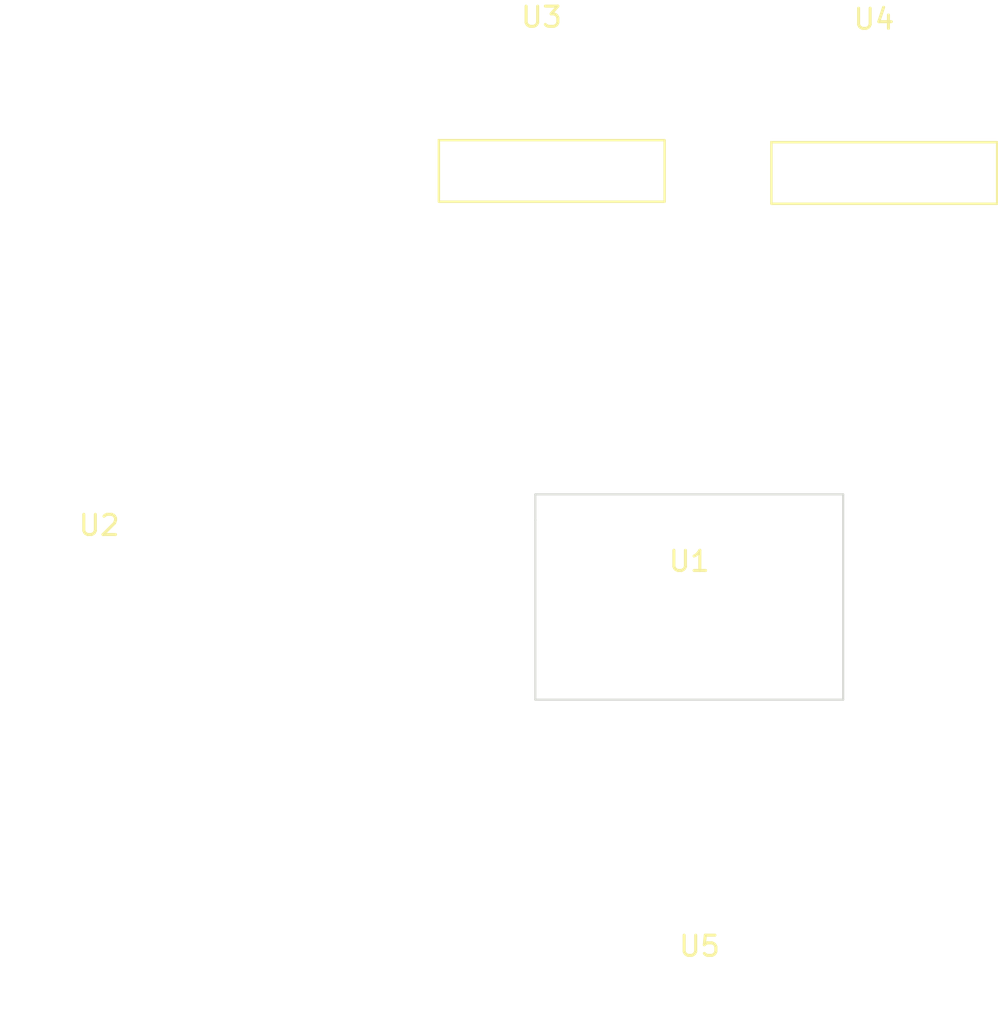
<source format=kicad_pcb>
(kicad_pcb (version 20211014) (generator pcbnew)
  (layers (0 "F.Cu" signal) (31 "B.Cu" signal) (34 "B.Paste" user) (35 "F.Paste" user) (36 "B.SilkS" user "B.Silkscreen") (37 "F.SilkS" user "F.Silkscreen") (38 "B.Mask" user) (39 "F.Mask" user) (44 "Edge.Cuts" user))
  (net 0 "")
  (footprint "EEPROM_V2_3dmodels:7SDDecoder" (layer "F.Cu") (at 159.0548 63.2394)
    (fp_text reference "U3" (at 0 -0.5 unlocked) (layer "F.SilkS"))
    (fp_text value "7SDDecoder")
    (fp_rect (start -5.08 5.588) (end 6.096 8.636) (layer "F.SilkS") (width 0.12) (fill none))
  )
  (footprint "EEPROM_V2_3dmodels:DebugBoard" (layer "F.Cu") (at 166.878 109.22)
    (fp_text reference "U5" (at 0 -0.5 unlocked) (layer "F.SilkS"))
    (fp_text value "DebugBoard")
  )
  (footprint "EEPROM_V2_3dmodels:ShiftRegister" (layer "F.Cu") (at 137.16 88.392)
    (fp_text reference "U2" (at 0 -0.5 unlocked) (layer "F.SilkS"))
    (fp_text value "ShiftRegister")
  )
  (footprint "EEPROM_V2_3dmodels:7SDDecoder" (layer "F.Cu") (at 175.514 63.341)
    (fp_text reference "U4" (at 0 -0.5 unlocked) (layer "F.SilkS"))
    (fp_text value "7SDDecoder")
    (fp_rect (start -5.08 5.588) (end 6.096 8.636) (layer "F.SilkS") (width 0.12) (fill none))
  )
  (footprint "EEPROM_V2_3dmodels:Motherboard" (layer "F.Cu") (at 166.37 90.17)
    (fp_text reference "U1" (at 0 -0.5 unlocked) (layer "F.SilkS"))
    (fp_text value "Motherboard")
  )
  (gr_line (start 173.99 96.52) (end 173.99 86.36) (layer "Edge.Cuts") (width 0.1))
  (gr_line (start 158.75 87.63) (end 158.75 96.52) (layer "Edge.Cuts") (width 0.1))
  (gr_line (start 173.99 86.36) (end 158.75 86.36) (layer "Edge.Cuts") (width 0.1))
  (gr_line (start 158.75 86.36) (end 158.75 87.63) (layer "Edge.Cuts") (width 0.1))
  (gr_line (start 158.75 96.52) (end 173.99 96.52) (layer "Edge.Cuts") (width 0.1))
)
</source>
